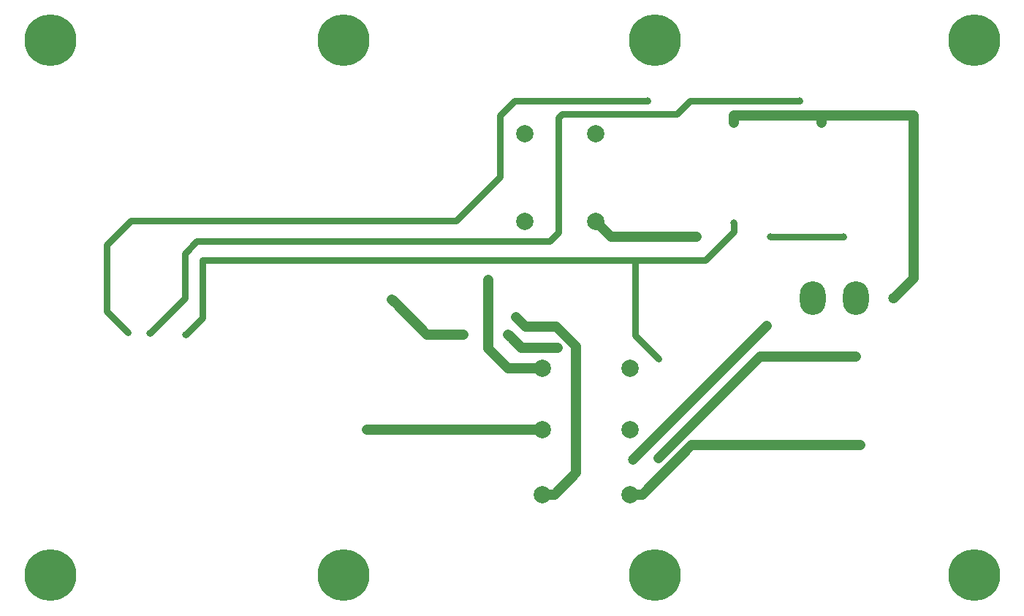
<source format=gbr>
G04 #@! TF.GenerationSoftware,KiCad,Pcbnew,(5.0.0)*
G04 #@! TF.CreationDate,2021-01-29T15:29:07+01:00*
G04 #@! TF.ProjectId,Programmateur_ATtiny85_02,50726F6772616D6D61746575725F4154,rev?*
G04 #@! TF.SameCoordinates,Original*
G04 #@! TF.FileFunction,Copper,L1,Top,Signal*
G04 #@! TF.FilePolarity,Positive*
%FSLAX46Y46*%
G04 Gerber Fmt 4.6, Leading zero omitted, Abs format (unit mm)*
G04 Created by KiCad (PCBNEW (5.0.0)) date 01/29/21 15:29:07*
%MOMM*%
%LPD*%
G01*
G04 APERTURE LIST*
G04 #@! TA.AperFunction,ComponentPad*
%ADD10C,0.800000*%
G04 #@! TD*
G04 #@! TA.AperFunction,ComponentPad*
%ADD11C,6.000000*%
G04 #@! TD*
G04 #@! TA.AperFunction,ComponentPad*
%ADD12C,2.000000*%
G04 #@! TD*
G04 #@! TA.AperFunction,ComponentPad*
%ADD13O,3.000000X3.900000*%
G04 #@! TD*
G04 #@! TA.AperFunction,ViaPad*
%ADD14C,1.200000*%
G04 #@! TD*
G04 #@! TA.AperFunction,ViaPad*
%ADD15C,1.000000*%
G04 #@! TD*
G04 #@! TA.AperFunction,ViaPad*
%ADD16C,0.800000*%
G04 #@! TD*
G04 #@! TA.AperFunction,Conductor*
%ADD17C,1.200000*%
G04 #@! TD*
G04 #@! TA.AperFunction,Conductor*
%ADD18C,0.800000*%
G04 #@! TD*
G04 APERTURE END LIST*
D10*
G04 #@! TO.P,REF\002A\002A,1*
G04 #@! TO.N,N/C*
X99590990Y-102409010D03*
X98000000Y-101750000D03*
X96409010Y-102409010D03*
X95750000Y-104000000D03*
X96409010Y-105590990D03*
X98000000Y-106250000D03*
X99590990Y-105590990D03*
X100250000Y-104000000D03*
D11*
X98000000Y-104000000D03*
G04 #@! TD*
G04 #@! TO.P,REF\002A\002A,1*
G04 #@! TO.N,N/C*
X62000000Y-104000000D03*
D10*
X64250000Y-104000000D03*
X63590990Y-105590990D03*
X62000000Y-106250000D03*
X60409010Y-105590990D03*
X59750000Y-104000000D03*
X60409010Y-102409010D03*
X62000000Y-101750000D03*
X63590990Y-102409010D03*
G04 #@! TD*
G04 #@! TO.P,REF\002A\002A,1*
G04 #@! TO.N,N/C*
X99590990Y-40409010D03*
X98000000Y-39750000D03*
X96409010Y-40409010D03*
X95750000Y-42000000D03*
X96409010Y-43590990D03*
X98000000Y-44250000D03*
X99590990Y-43590990D03*
X100250000Y-42000000D03*
D11*
X98000000Y-42000000D03*
G04 #@! TD*
G04 #@! TO.P,REF\002A\002A,1*
G04 #@! TO.N,N/C*
X62000000Y-42000000D03*
D10*
X64250000Y-42000000D03*
X63590990Y-43590990D03*
X62000000Y-44250000D03*
X60409010Y-43590990D03*
X59750000Y-42000000D03*
X60409010Y-40409010D03*
X62000000Y-39750000D03*
X63590990Y-40409010D03*
G04 #@! TD*
G04 #@! TO.P,REF\002A\002A,1*
G04 #@! TO.N,N/C*
X136590990Y-102409010D03*
X135000000Y-101750000D03*
X133409010Y-102409010D03*
X132750000Y-104000000D03*
X133409010Y-105590990D03*
X135000000Y-106250000D03*
X136590990Y-105590990D03*
X137250000Y-104000000D03*
D11*
X135000000Y-104000000D03*
G04 #@! TD*
G04 #@! TO.P,REF\002A\002A,1*
G04 #@! TO.N,N/C*
X135000000Y-42000000D03*
D10*
X137250000Y-42000000D03*
X136590990Y-43590990D03*
X135000000Y-44250000D03*
X133409010Y-43590990D03*
X132750000Y-42000000D03*
X133409010Y-40409010D03*
X135000000Y-39750000D03*
X136590990Y-40409010D03*
G04 #@! TD*
D11*
G04 #@! TO.P,REF\002A\002A,1*
G04 #@! TO.N,N/C*
X28000000Y-104000000D03*
D10*
X30250000Y-104000000D03*
X29590990Y-105590990D03*
X28000000Y-106250000D03*
X26409010Y-105590990D03*
X25750000Y-104000000D03*
X26409010Y-102409010D03*
X28000000Y-101750000D03*
X29590990Y-102409010D03*
G04 #@! TD*
D12*
G04 #@! TO.P,R1,2*
G04 #@! TO.N,PB2*
X95160000Y-94615000D03*
G04 #@! TO.P,R1,1*
G04 #@! TO.N,Net-(D1-Pad2)*
X85000000Y-94615000D03*
G04 #@! TD*
G04 #@! TO.P,R2,1*
G04 #@! TO.N,Net-(R2-Pad1)*
X91186000Y-63000000D03*
G04 #@! TO.P,R2,2*
G04 #@! TO.N,Net-(D2-Pad2)*
X91186000Y-52840000D03*
G04 #@! TD*
G04 #@! TO.P,R3,2*
G04 #@! TO.N,Net-(D3-Pad2)*
X95160000Y-80010000D03*
G04 #@! TO.P,R3,1*
G04 #@! TO.N,+5V*
X85000000Y-80010000D03*
G04 #@! TD*
G04 #@! TO.P,R4,1*
G04 #@! TO.N,+5V*
X82931000Y-63000000D03*
G04 #@! TO.P,R4,2*
G04 #@! TO.N,Net-(D4-Pad2)*
X82931000Y-52840000D03*
G04 #@! TD*
G04 #@! TO.P,R5,1*
G04 #@! TO.N,+5V*
X95123000Y-87122000D03*
G04 #@! TO.P,R5,2*
G04 #@! TO.N,Net-(D5-Pad2)*
X84963000Y-87122000D03*
G04 #@! TD*
D13*
G04 #@! TO.P,SW2,1*
G04 #@! TO.N,Net-(C2-Pad1)*
X116332000Y-71882000D03*
G04 #@! TO.P,SW2,2*
G04 #@! TO.N,+5V*
X121332000Y-71882000D03*
G04 #@! TD*
D10*
G04 #@! TO.P,REF\002A\002A,1*
G04 #@! TO.N,N/C*
X29590990Y-40409010D03*
X28000000Y-39750000D03*
X26409010Y-40409010D03*
X25750000Y-42000000D03*
X26409010Y-43590990D03*
X28000000Y-44250000D03*
X29590990Y-43590990D03*
X30250000Y-42000000D03*
D11*
X28000000Y-42000000D03*
G04 #@! TD*
D14*
G04 #@! TO.N,Net-(C2-Pad1)*
X95504000Y-90551000D03*
X110998000Y-75057000D03*
D15*
G04 #@! TO.N,Net-(D1-Pad2)*
X81915000Y-74041000D03*
D14*
G04 #@! TO.N,Net-(D3-Pad2)*
X67564000Y-72009000D03*
X75819000Y-76073000D03*
X81026000Y-76073000D03*
X86741000Y-77597000D03*
G04 #@! TO.N,Net-(D5-Pad2)*
X64643000Y-87122000D03*
G04 #@! TO.N,+5V*
X78740000Y-69723000D03*
X98425000Y-90424000D03*
X121285000Y-78613000D03*
X107220000Y-51580000D03*
X117330000Y-51580000D03*
X125603000Y-71882000D03*
G04 #@! TO.N,PB2*
X121793000Y-88900000D03*
G04 #@! TO.N,Net-(R2-Pad1)*
X102870000Y-64770000D03*
D16*
X111379000Y-64770000D03*
X119888000Y-64770000D03*
G04 #@! TO.N,PB1*
X36957000Y-75819000D03*
X97155000Y-49022000D03*
G04 #@! TO.N,PB0*
X39497000Y-75946000D03*
X114808000Y-49022000D03*
G04 #@! TO.N,PB5*
X43688000Y-76073000D03*
X107188000Y-63119000D03*
X98425000Y-78867000D03*
G04 #@! TD*
D17*
G04 #@! TO.N,Net-(C2-Pad1)*
X98933000Y-87122000D02*
X95631000Y-90424000D01*
D18*
X99060000Y-86995000D02*
X98679000Y-87376000D01*
D17*
X110998000Y-75057000D02*
X99060000Y-86995000D01*
G04 #@! TO.N,Net-(D1-Pad2)*
X86414213Y-94615000D02*
X88900000Y-92129213D01*
X85000000Y-94615000D02*
X86414213Y-94615000D01*
X88900000Y-92129213D02*
X88900000Y-77470000D01*
X88900000Y-77470000D02*
X86614000Y-75184000D01*
X83058000Y-75184000D02*
X81915000Y-74041000D01*
X86614000Y-75184000D02*
X83058000Y-75184000D01*
G04 #@! TO.N,Net-(D3-Pad2)*
X67564000Y-72009000D02*
X67963999Y-72408999D01*
X67963999Y-72408999D02*
X71628000Y-76073000D01*
X71628000Y-76073000D02*
X75819000Y-76073000D01*
X81026000Y-76073000D02*
X81425999Y-76472999D01*
X81425999Y-76472999D02*
X82550000Y-77597000D01*
X82550000Y-77597000D02*
X86741000Y-77597000D01*
G04 #@! TO.N,Net-(D5-Pad2)*
X65208685Y-87122000D02*
X84963000Y-87122000D01*
X64643000Y-87122000D02*
X65208685Y-87122000D01*
G04 #@! TO.N,+5V*
X78740000Y-74422000D02*
X78740000Y-77724000D01*
X78740000Y-74422000D02*
X78740000Y-69723000D01*
D18*
X78740000Y-75164213D02*
X78740000Y-74422000D01*
D17*
X81026000Y-80010000D02*
X85000000Y-80010000D01*
X78740000Y-77724000D02*
X81026000Y-80010000D01*
X118802685Y-50673000D02*
X120015000Y-50673000D01*
X107220000Y-50705000D02*
X107220000Y-51580000D01*
D18*
X107188000Y-50673000D02*
X107220000Y-50705000D01*
D17*
X117330000Y-51580000D02*
X117330000Y-50782000D01*
X120015000Y-50673000D02*
X117221000Y-50673000D01*
D18*
X117330000Y-50782000D02*
X117221000Y-50673000D01*
D17*
X117221000Y-50673000D02*
X107188000Y-50673000D01*
X101727000Y-87122000D02*
X98425000Y-90424000D01*
X121285000Y-78613000D02*
X110236000Y-78613000D01*
X110236000Y-78613000D02*
X101727000Y-87122000D01*
X128016000Y-50673000D02*
X120015000Y-50673000D01*
X128016000Y-69596000D02*
X128016000Y-50673000D01*
X125730000Y-71882000D02*
X128016000Y-69596000D01*
D18*
X125603000Y-71882000D02*
X125730000Y-71882000D01*
G04 #@! TO.N,PB2*
X121793000Y-88900000D02*
X121793000Y-88900000D01*
D17*
X102289213Y-88900000D02*
X121793000Y-88900000D01*
X96574213Y-94615000D02*
X102289213Y-88900000D01*
X95160000Y-94615000D02*
X96574213Y-94615000D01*
G04 #@! TO.N,Net-(R2-Pad1)*
X91186000Y-63000000D02*
X92956000Y-64770000D01*
X92956000Y-64770000D02*
X102870000Y-64770000D01*
D18*
X111379000Y-64770000D02*
X119888000Y-64770000D01*
G04 #@! TO.N,PB1*
X81788000Y-49022000D02*
X97155000Y-49022000D01*
X80078001Y-50731999D02*
X81788000Y-49022000D01*
X80078001Y-54610000D02*
X80078001Y-50731999D01*
X80078001Y-54610000D02*
X80078001Y-53324997D01*
X74998001Y-62865000D02*
X80078001Y-57785000D01*
X37338000Y-62865000D02*
X74998001Y-62865000D01*
X80078001Y-57785000D02*
X80078001Y-54610000D01*
X34544000Y-65659000D02*
X37338000Y-62865000D01*
X34544000Y-73406000D02*
X34544000Y-65659000D01*
X36957000Y-75819000D02*
X34544000Y-73406000D01*
G04 #@! TO.N,PB0*
X113665000Y-49022000D02*
X114681000Y-49022000D01*
X112649000Y-49022000D02*
X114808000Y-49022000D01*
X112649000Y-49022000D02*
X113665000Y-49022000D01*
X102108000Y-49022000D02*
X112649000Y-49022000D01*
X100584000Y-50546000D02*
X102108000Y-49022000D01*
X87249000Y-50546000D02*
X100584000Y-50546000D01*
X86868000Y-50927000D02*
X87249000Y-50546000D01*
X39497000Y-75946000D02*
X43561000Y-71882000D01*
X43561000Y-71882000D02*
X43561000Y-66675000D01*
X43561000Y-66675000D02*
X44958000Y-65278000D01*
X85852000Y-65278000D02*
X86868000Y-64262000D01*
X86868000Y-64262000D02*
X86868000Y-50927000D01*
X44958000Y-65278000D02*
X85852000Y-65278000D01*
G04 #@! TO.N,PB5*
X103886000Y-67437000D02*
X107188000Y-64135000D01*
X107188000Y-64135000D02*
X107188000Y-63119000D01*
X43688000Y-76073000D02*
X45593000Y-74168000D01*
X45593000Y-74168000D02*
X45593000Y-67437000D01*
X95758000Y-76200000D02*
X95758000Y-67437000D01*
X98425000Y-78867000D02*
X95758000Y-76200000D01*
X45593000Y-67437000D02*
X95758000Y-67437000D01*
X95758000Y-67437000D02*
X103886000Y-67437000D01*
G04 #@! TD*
M02*

</source>
